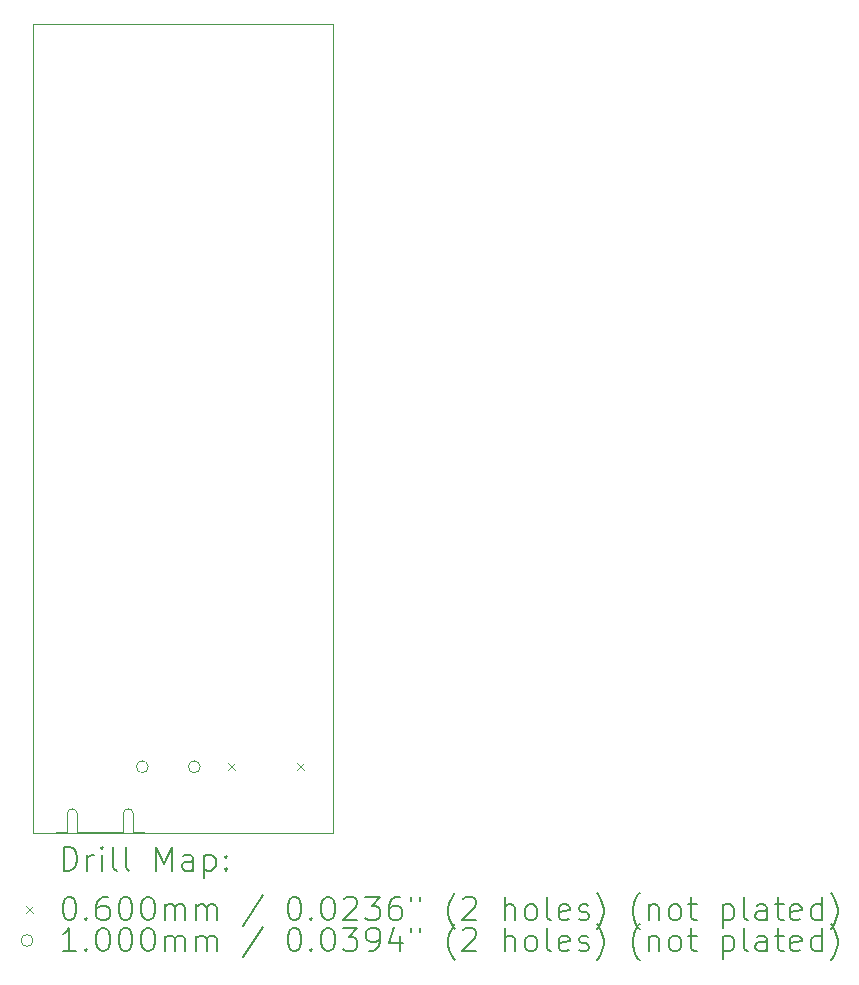
<source format=gbr>
%TF.GenerationSoftware,KiCad,Pcbnew,7.0.10*%
%TF.CreationDate,2024-03-05T00:47:09+05:30*%
%TF.ProjectId,ESP-DEVKIT-MINI,4553502d-4445-4564-9b49-542d4d494e49,rev?*%
%TF.SameCoordinates,Original*%
%TF.FileFunction,Drillmap*%
%TF.FilePolarity,Positive*%
%FSLAX45Y45*%
G04 Gerber Fmt 4.5, Leading zero omitted, Abs format (unit mm)*
G04 Created by KiCad (PCBNEW 7.0.10) date 2024-03-05 00:47:09*
%MOMM*%
%LPD*%
G01*
G04 APERTURE LIST*
%ADD10C,0.100000*%
%ADD11C,0.200000*%
G04 APERTURE END LIST*
D10*
X9144000Y-5588000D02*
X11684000Y-5588000D01*
X11684000Y-12443127D01*
X9144000Y-12443127D01*
X9144000Y-5588000D01*
X9334077Y-12436774D02*
X9429077Y-12436774D01*
X9429077Y-12279274D02*
X9429077Y-12436774D01*
X9514077Y-12279274D02*
X9514077Y-12436774D01*
X9514077Y-12436774D02*
X9904077Y-12436774D01*
X9904077Y-12279274D02*
X9904077Y-12436774D01*
X9989077Y-12279274D02*
X9989077Y-12436774D01*
X9989077Y-12436774D02*
X10084077Y-12436774D01*
X9514077Y-12279274D02*
G75*
G03*
X9429077Y-12279274I-42500J0D01*
G01*
X9989077Y-12279274D02*
G75*
G03*
X9904077Y-12279274I-42500J0D01*
G01*
D11*
D10*
X10794593Y-11851849D02*
X10854593Y-11911849D01*
X10854593Y-11851849D02*
X10794593Y-11911849D01*
X11372593Y-11851849D02*
X11432593Y-11911849D01*
X11432593Y-11851849D02*
X11372593Y-11911849D01*
X10115729Y-11880654D02*
G75*
G03*
X10015729Y-11880654I-50000J0D01*
G01*
X10015729Y-11880654D02*
G75*
G03*
X10115729Y-11880654I50000J0D01*
G01*
X10555729Y-11880654D02*
G75*
G03*
X10455729Y-11880654I-50000J0D01*
G01*
X10455729Y-11880654D02*
G75*
G03*
X10555729Y-11880654I50000J0D01*
G01*
D11*
X9399777Y-12759611D02*
X9399777Y-12559611D01*
X9399777Y-12559611D02*
X9447396Y-12559611D01*
X9447396Y-12559611D02*
X9475967Y-12569135D01*
X9475967Y-12569135D02*
X9495015Y-12588182D01*
X9495015Y-12588182D02*
X9504539Y-12607230D01*
X9504539Y-12607230D02*
X9514063Y-12645325D01*
X9514063Y-12645325D02*
X9514063Y-12673897D01*
X9514063Y-12673897D02*
X9504539Y-12711992D01*
X9504539Y-12711992D02*
X9495015Y-12731039D01*
X9495015Y-12731039D02*
X9475967Y-12750087D01*
X9475967Y-12750087D02*
X9447396Y-12759611D01*
X9447396Y-12759611D02*
X9399777Y-12759611D01*
X9599777Y-12759611D02*
X9599777Y-12626278D01*
X9599777Y-12664373D02*
X9609301Y-12645325D01*
X9609301Y-12645325D02*
X9618824Y-12635801D01*
X9618824Y-12635801D02*
X9637872Y-12626278D01*
X9637872Y-12626278D02*
X9656920Y-12626278D01*
X9723586Y-12759611D02*
X9723586Y-12626278D01*
X9723586Y-12559611D02*
X9714063Y-12569135D01*
X9714063Y-12569135D02*
X9723586Y-12578659D01*
X9723586Y-12578659D02*
X9733110Y-12569135D01*
X9733110Y-12569135D02*
X9723586Y-12559611D01*
X9723586Y-12559611D02*
X9723586Y-12578659D01*
X9847396Y-12759611D02*
X9828348Y-12750087D01*
X9828348Y-12750087D02*
X9818824Y-12731039D01*
X9818824Y-12731039D02*
X9818824Y-12559611D01*
X9952158Y-12759611D02*
X9933110Y-12750087D01*
X9933110Y-12750087D02*
X9923586Y-12731039D01*
X9923586Y-12731039D02*
X9923586Y-12559611D01*
X10180729Y-12759611D02*
X10180729Y-12559611D01*
X10180729Y-12559611D02*
X10247396Y-12702468D01*
X10247396Y-12702468D02*
X10314063Y-12559611D01*
X10314063Y-12559611D02*
X10314063Y-12759611D01*
X10495015Y-12759611D02*
X10495015Y-12654849D01*
X10495015Y-12654849D02*
X10485491Y-12635801D01*
X10485491Y-12635801D02*
X10466444Y-12626278D01*
X10466444Y-12626278D02*
X10428348Y-12626278D01*
X10428348Y-12626278D02*
X10409301Y-12635801D01*
X10495015Y-12750087D02*
X10475967Y-12759611D01*
X10475967Y-12759611D02*
X10428348Y-12759611D01*
X10428348Y-12759611D02*
X10409301Y-12750087D01*
X10409301Y-12750087D02*
X10399777Y-12731039D01*
X10399777Y-12731039D02*
X10399777Y-12711992D01*
X10399777Y-12711992D02*
X10409301Y-12692944D01*
X10409301Y-12692944D02*
X10428348Y-12683420D01*
X10428348Y-12683420D02*
X10475967Y-12683420D01*
X10475967Y-12683420D02*
X10495015Y-12673897D01*
X10590253Y-12626278D02*
X10590253Y-12826278D01*
X10590253Y-12635801D02*
X10609301Y-12626278D01*
X10609301Y-12626278D02*
X10647396Y-12626278D01*
X10647396Y-12626278D02*
X10666444Y-12635801D01*
X10666444Y-12635801D02*
X10675967Y-12645325D01*
X10675967Y-12645325D02*
X10685491Y-12664373D01*
X10685491Y-12664373D02*
X10685491Y-12721516D01*
X10685491Y-12721516D02*
X10675967Y-12740563D01*
X10675967Y-12740563D02*
X10666444Y-12750087D01*
X10666444Y-12750087D02*
X10647396Y-12759611D01*
X10647396Y-12759611D02*
X10609301Y-12759611D01*
X10609301Y-12759611D02*
X10590253Y-12750087D01*
X10771205Y-12740563D02*
X10780729Y-12750087D01*
X10780729Y-12750087D02*
X10771205Y-12759611D01*
X10771205Y-12759611D02*
X10761682Y-12750087D01*
X10761682Y-12750087D02*
X10771205Y-12740563D01*
X10771205Y-12740563D02*
X10771205Y-12759611D01*
X10771205Y-12635801D02*
X10780729Y-12645325D01*
X10780729Y-12645325D02*
X10771205Y-12654849D01*
X10771205Y-12654849D02*
X10761682Y-12645325D01*
X10761682Y-12645325D02*
X10771205Y-12635801D01*
X10771205Y-12635801D02*
X10771205Y-12654849D01*
D10*
X9079000Y-13058127D02*
X9139000Y-13118127D01*
X9139000Y-13058127D02*
X9079000Y-13118127D01*
D11*
X9437872Y-12979611D02*
X9456920Y-12979611D01*
X9456920Y-12979611D02*
X9475967Y-12989135D01*
X9475967Y-12989135D02*
X9485491Y-12998659D01*
X9485491Y-12998659D02*
X9495015Y-13017706D01*
X9495015Y-13017706D02*
X9504539Y-13055801D01*
X9504539Y-13055801D02*
X9504539Y-13103420D01*
X9504539Y-13103420D02*
X9495015Y-13141516D01*
X9495015Y-13141516D02*
X9485491Y-13160563D01*
X9485491Y-13160563D02*
X9475967Y-13170087D01*
X9475967Y-13170087D02*
X9456920Y-13179611D01*
X9456920Y-13179611D02*
X9437872Y-13179611D01*
X9437872Y-13179611D02*
X9418824Y-13170087D01*
X9418824Y-13170087D02*
X9409301Y-13160563D01*
X9409301Y-13160563D02*
X9399777Y-13141516D01*
X9399777Y-13141516D02*
X9390253Y-13103420D01*
X9390253Y-13103420D02*
X9390253Y-13055801D01*
X9390253Y-13055801D02*
X9399777Y-13017706D01*
X9399777Y-13017706D02*
X9409301Y-12998659D01*
X9409301Y-12998659D02*
X9418824Y-12989135D01*
X9418824Y-12989135D02*
X9437872Y-12979611D01*
X9590253Y-13160563D02*
X9599777Y-13170087D01*
X9599777Y-13170087D02*
X9590253Y-13179611D01*
X9590253Y-13179611D02*
X9580729Y-13170087D01*
X9580729Y-13170087D02*
X9590253Y-13160563D01*
X9590253Y-13160563D02*
X9590253Y-13179611D01*
X9771205Y-12979611D02*
X9733110Y-12979611D01*
X9733110Y-12979611D02*
X9714063Y-12989135D01*
X9714063Y-12989135D02*
X9704539Y-12998659D01*
X9704539Y-12998659D02*
X9685491Y-13027230D01*
X9685491Y-13027230D02*
X9675967Y-13065325D01*
X9675967Y-13065325D02*
X9675967Y-13141516D01*
X9675967Y-13141516D02*
X9685491Y-13160563D01*
X9685491Y-13160563D02*
X9695015Y-13170087D01*
X9695015Y-13170087D02*
X9714063Y-13179611D01*
X9714063Y-13179611D02*
X9752158Y-13179611D01*
X9752158Y-13179611D02*
X9771205Y-13170087D01*
X9771205Y-13170087D02*
X9780729Y-13160563D01*
X9780729Y-13160563D02*
X9790253Y-13141516D01*
X9790253Y-13141516D02*
X9790253Y-13093897D01*
X9790253Y-13093897D02*
X9780729Y-13074849D01*
X9780729Y-13074849D02*
X9771205Y-13065325D01*
X9771205Y-13065325D02*
X9752158Y-13055801D01*
X9752158Y-13055801D02*
X9714063Y-13055801D01*
X9714063Y-13055801D02*
X9695015Y-13065325D01*
X9695015Y-13065325D02*
X9685491Y-13074849D01*
X9685491Y-13074849D02*
X9675967Y-13093897D01*
X9914063Y-12979611D02*
X9933110Y-12979611D01*
X9933110Y-12979611D02*
X9952158Y-12989135D01*
X9952158Y-12989135D02*
X9961682Y-12998659D01*
X9961682Y-12998659D02*
X9971205Y-13017706D01*
X9971205Y-13017706D02*
X9980729Y-13055801D01*
X9980729Y-13055801D02*
X9980729Y-13103420D01*
X9980729Y-13103420D02*
X9971205Y-13141516D01*
X9971205Y-13141516D02*
X9961682Y-13160563D01*
X9961682Y-13160563D02*
X9952158Y-13170087D01*
X9952158Y-13170087D02*
X9933110Y-13179611D01*
X9933110Y-13179611D02*
X9914063Y-13179611D01*
X9914063Y-13179611D02*
X9895015Y-13170087D01*
X9895015Y-13170087D02*
X9885491Y-13160563D01*
X9885491Y-13160563D02*
X9875967Y-13141516D01*
X9875967Y-13141516D02*
X9866444Y-13103420D01*
X9866444Y-13103420D02*
X9866444Y-13055801D01*
X9866444Y-13055801D02*
X9875967Y-13017706D01*
X9875967Y-13017706D02*
X9885491Y-12998659D01*
X9885491Y-12998659D02*
X9895015Y-12989135D01*
X9895015Y-12989135D02*
X9914063Y-12979611D01*
X10104539Y-12979611D02*
X10123586Y-12979611D01*
X10123586Y-12979611D02*
X10142634Y-12989135D01*
X10142634Y-12989135D02*
X10152158Y-12998659D01*
X10152158Y-12998659D02*
X10161682Y-13017706D01*
X10161682Y-13017706D02*
X10171205Y-13055801D01*
X10171205Y-13055801D02*
X10171205Y-13103420D01*
X10171205Y-13103420D02*
X10161682Y-13141516D01*
X10161682Y-13141516D02*
X10152158Y-13160563D01*
X10152158Y-13160563D02*
X10142634Y-13170087D01*
X10142634Y-13170087D02*
X10123586Y-13179611D01*
X10123586Y-13179611D02*
X10104539Y-13179611D01*
X10104539Y-13179611D02*
X10085491Y-13170087D01*
X10085491Y-13170087D02*
X10075967Y-13160563D01*
X10075967Y-13160563D02*
X10066444Y-13141516D01*
X10066444Y-13141516D02*
X10056920Y-13103420D01*
X10056920Y-13103420D02*
X10056920Y-13055801D01*
X10056920Y-13055801D02*
X10066444Y-13017706D01*
X10066444Y-13017706D02*
X10075967Y-12998659D01*
X10075967Y-12998659D02*
X10085491Y-12989135D01*
X10085491Y-12989135D02*
X10104539Y-12979611D01*
X10256920Y-13179611D02*
X10256920Y-13046278D01*
X10256920Y-13065325D02*
X10266444Y-13055801D01*
X10266444Y-13055801D02*
X10285491Y-13046278D01*
X10285491Y-13046278D02*
X10314063Y-13046278D01*
X10314063Y-13046278D02*
X10333110Y-13055801D01*
X10333110Y-13055801D02*
X10342634Y-13074849D01*
X10342634Y-13074849D02*
X10342634Y-13179611D01*
X10342634Y-13074849D02*
X10352158Y-13055801D01*
X10352158Y-13055801D02*
X10371205Y-13046278D01*
X10371205Y-13046278D02*
X10399777Y-13046278D01*
X10399777Y-13046278D02*
X10418825Y-13055801D01*
X10418825Y-13055801D02*
X10428348Y-13074849D01*
X10428348Y-13074849D02*
X10428348Y-13179611D01*
X10523586Y-13179611D02*
X10523586Y-13046278D01*
X10523586Y-13065325D02*
X10533110Y-13055801D01*
X10533110Y-13055801D02*
X10552158Y-13046278D01*
X10552158Y-13046278D02*
X10580729Y-13046278D01*
X10580729Y-13046278D02*
X10599777Y-13055801D01*
X10599777Y-13055801D02*
X10609301Y-13074849D01*
X10609301Y-13074849D02*
X10609301Y-13179611D01*
X10609301Y-13074849D02*
X10618825Y-13055801D01*
X10618825Y-13055801D02*
X10637872Y-13046278D01*
X10637872Y-13046278D02*
X10666444Y-13046278D01*
X10666444Y-13046278D02*
X10685491Y-13055801D01*
X10685491Y-13055801D02*
X10695015Y-13074849D01*
X10695015Y-13074849D02*
X10695015Y-13179611D01*
X11085491Y-12970087D02*
X10914063Y-13227230D01*
X11342634Y-12979611D02*
X11361682Y-12979611D01*
X11361682Y-12979611D02*
X11380729Y-12989135D01*
X11380729Y-12989135D02*
X11390253Y-12998659D01*
X11390253Y-12998659D02*
X11399777Y-13017706D01*
X11399777Y-13017706D02*
X11409301Y-13055801D01*
X11409301Y-13055801D02*
X11409301Y-13103420D01*
X11409301Y-13103420D02*
X11399777Y-13141516D01*
X11399777Y-13141516D02*
X11390253Y-13160563D01*
X11390253Y-13160563D02*
X11380729Y-13170087D01*
X11380729Y-13170087D02*
X11361682Y-13179611D01*
X11361682Y-13179611D02*
X11342634Y-13179611D01*
X11342634Y-13179611D02*
X11323586Y-13170087D01*
X11323586Y-13170087D02*
X11314063Y-13160563D01*
X11314063Y-13160563D02*
X11304539Y-13141516D01*
X11304539Y-13141516D02*
X11295015Y-13103420D01*
X11295015Y-13103420D02*
X11295015Y-13055801D01*
X11295015Y-13055801D02*
X11304539Y-13017706D01*
X11304539Y-13017706D02*
X11314063Y-12998659D01*
X11314063Y-12998659D02*
X11323586Y-12989135D01*
X11323586Y-12989135D02*
X11342634Y-12979611D01*
X11495015Y-13160563D02*
X11504539Y-13170087D01*
X11504539Y-13170087D02*
X11495015Y-13179611D01*
X11495015Y-13179611D02*
X11485491Y-13170087D01*
X11485491Y-13170087D02*
X11495015Y-13160563D01*
X11495015Y-13160563D02*
X11495015Y-13179611D01*
X11628348Y-12979611D02*
X11647396Y-12979611D01*
X11647396Y-12979611D02*
X11666444Y-12989135D01*
X11666444Y-12989135D02*
X11675967Y-12998659D01*
X11675967Y-12998659D02*
X11685491Y-13017706D01*
X11685491Y-13017706D02*
X11695015Y-13055801D01*
X11695015Y-13055801D02*
X11695015Y-13103420D01*
X11695015Y-13103420D02*
X11685491Y-13141516D01*
X11685491Y-13141516D02*
X11675967Y-13160563D01*
X11675967Y-13160563D02*
X11666444Y-13170087D01*
X11666444Y-13170087D02*
X11647396Y-13179611D01*
X11647396Y-13179611D02*
X11628348Y-13179611D01*
X11628348Y-13179611D02*
X11609301Y-13170087D01*
X11609301Y-13170087D02*
X11599777Y-13160563D01*
X11599777Y-13160563D02*
X11590253Y-13141516D01*
X11590253Y-13141516D02*
X11580729Y-13103420D01*
X11580729Y-13103420D02*
X11580729Y-13055801D01*
X11580729Y-13055801D02*
X11590253Y-13017706D01*
X11590253Y-13017706D02*
X11599777Y-12998659D01*
X11599777Y-12998659D02*
X11609301Y-12989135D01*
X11609301Y-12989135D02*
X11628348Y-12979611D01*
X11771206Y-12998659D02*
X11780729Y-12989135D01*
X11780729Y-12989135D02*
X11799777Y-12979611D01*
X11799777Y-12979611D02*
X11847396Y-12979611D01*
X11847396Y-12979611D02*
X11866444Y-12989135D01*
X11866444Y-12989135D02*
X11875967Y-12998659D01*
X11875967Y-12998659D02*
X11885491Y-13017706D01*
X11885491Y-13017706D02*
X11885491Y-13036754D01*
X11885491Y-13036754D02*
X11875967Y-13065325D01*
X11875967Y-13065325D02*
X11761682Y-13179611D01*
X11761682Y-13179611D02*
X11885491Y-13179611D01*
X11952158Y-12979611D02*
X12075967Y-12979611D01*
X12075967Y-12979611D02*
X12009301Y-13055801D01*
X12009301Y-13055801D02*
X12037872Y-13055801D01*
X12037872Y-13055801D02*
X12056920Y-13065325D01*
X12056920Y-13065325D02*
X12066444Y-13074849D01*
X12066444Y-13074849D02*
X12075967Y-13093897D01*
X12075967Y-13093897D02*
X12075967Y-13141516D01*
X12075967Y-13141516D02*
X12066444Y-13160563D01*
X12066444Y-13160563D02*
X12056920Y-13170087D01*
X12056920Y-13170087D02*
X12037872Y-13179611D01*
X12037872Y-13179611D02*
X11980729Y-13179611D01*
X11980729Y-13179611D02*
X11961682Y-13170087D01*
X11961682Y-13170087D02*
X11952158Y-13160563D01*
X12247396Y-12979611D02*
X12209301Y-12979611D01*
X12209301Y-12979611D02*
X12190253Y-12989135D01*
X12190253Y-12989135D02*
X12180729Y-12998659D01*
X12180729Y-12998659D02*
X12161682Y-13027230D01*
X12161682Y-13027230D02*
X12152158Y-13065325D01*
X12152158Y-13065325D02*
X12152158Y-13141516D01*
X12152158Y-13141516D02*
X12161682Y-13160563D01*
X12161682Y-13160563D02*
X12171206Y-13170087D01*
X12171206Y-13170087D02*
X12190253Y-13179611D01*
X12190253Y-13179611D02*
X12228348Y-13179611D01*
X12228348Y-13179611D02*
X12247396Y-13170087D01*
X12247396Y-13170087D02*
X12256920Y-13160563D01*
X12256920Y-13160563D02*
X12266444Y-13141516D01*
X12266444Y-13141516D02*
X12266444Y-13093897D01*
X12266444Y-13093897D02*
X12256920Y-13074849D01*
X12256920Y-13074849D02*
X12247396Y-13065325D01*
X12247396Y-13065325D02*
X12228348Y-13055801D01*
X12228348Y-13055801D02*
X12190253Y-13055801D01*
X12190253Y-13055801D02*
X12171206Y-13065325D01*
X12171206Y-13065325D02*
X12161682Y-13074849D01*
X12161682Y-13074849D02*
X12152158Y-13093897D01*
X12342634Y-12979611D02*
X12342634Y-13017706D01*
X12418825Y-12979611D02*
X12418825Y-13017706D01*
X12714063Y-13255801D02*
X12704539Y-13246278D01*
X12704539Y-13246278D02*
X12685491Y-13217706D01*
X12685491Y-13217706D02*
X12675968Y-13198659D01*
X12675968Y-13198659D02*
X12666444Y-13170087D01*
X12666444Y-13170087D02*
X12656920Y-13122468D01*
X12656920Y-13122468D02*
X12656920Y-13084373D01*
X12656920Y-13084373D02*
X12666444Y-13036754D01*
X12666444Y-13036754D02*
X12675968Y-13008182D01*
X12675968Y-13008182D02*
X12685491Y-12989135D01*
X12685491Y-12989135D02*
X12704539Y-12960563D01*
X12704539Y-12960563D02*
X12714063Y-12951039D01*
X12780729Y-12998659D02*
X12790253Y-12989135D01*
X12790253Y-12989135D02*
X12809301Y-12979611D01*
X12809301Y-12979611D02*
X12856920Y-12979611D01*
X12856920Y-12979611D02*
X12875968Y-12989135D01*
X12875968Y-12989135D02*
X12885491Y-12998659D01*
X12885491Y-12998659D02*
X12895015Y-13017706D01*
X12895015Y-13017706D02*
X12895015Y-13036754D01*
X12895015Y-13036754D02*
X12885491Y-13065325D01*
X12885491Y-13065325D02*
X12771206Y-13179611D01*
X12771206Y-13179611D02*
X12895015Y-13179611D01*
X13133110Y-13179611D02*
X13133110Y-12979611D01*
X13218825Y-13179611D02*
X13218825Y-13074849D01*
X13218825Y-13074849D02*
X13209301Y-13055801D01*
X13209301Y-13055801D02*
X13190253Y-13046278D01*
X13190253Y-13046278D02*
X13161682Y-13046278D01*
X13161682Y-13046278D02*
X13142634Y-13055801D01*
X13142634Y-13055801D02*
X13133110Y-13065325D01*
X13342634Y-13179611D02*
X13323587Y-13170087D01*
X13323587Y-13170087D02*
X13314063Y-13160563D01*
X13314063Y-13160563D02*
X13304539Y-13141516D01*
X13304539Y-13141516D02*
X13304539Y-13084373D01*
X13304539Y-13084373D02*
X13314063Y-13065325D01*
X13314063Y-13065325D02*
X13323587Y-13055801D01*
X13323587Y-13055801D02*
X13342634Y-13046278D01*
X13342634Y-13046278D02*
X13371206Y-13046278D01*
X13371206Y-13046278D02*
X13390253Y-13055801D01*
X13390253Y-13055801D02*
X13399777Y-13065325D01*
X13399777Y-13065325D02*
X13409301Y-13084373D01*
X13409301Y-13084373D02*
X13409301Y-13141516D01*
X13409301Y-13141516D02*
X13399777Y-13160563D01*
X13399777Y-13160563D02*
X13390253Y-13170087D01*
X13390253Y-13170087D02*
X13371206Y-13179611D01*
X13371206Y-13179611D02*
X13342634Y-13179611D01*
X13523587Y-13179611D02*
X13504539Y-13170087D01*
X13504539Y-13170087D02*
X13495015Y-13151039D01*
X13495015Y-13151039D02*
X13495015Y-12979611D01*
X13675968Y-13170087D02*
X13656920Y-13179611D01*
X13656920Y-13179611D02*
X13618825Y-13179611D01*
X13618825Y-13179611D02*
X13599777Y-13170087D01*
X13599777Y-13170087D02*
X13590253Y-13151039D01*
X13590253Y-13151039D02*
X13590253Y-13074849D01*
X13590253Y-13074849D02*
X13599777Y-13055801D01*
X13599777Y-13055801D02*
X13618825Y-13046278D01*
X13618825Y-13046278D02*
X13656920Y-13046278D01*
X13656920Y-13046278D02*
X13675968Y-13055801D01*
X13675968Y-13055801D02*
X13685491Y-13074849D01*
X13685491Y-13074849D02*
X13685491Y-13093897D01*
X13685491Y-13093897D02*
X13590253Y-13112944D01*
X13761682Y-13170087D02*
X13780730Y-13179611D01*
X13780730Y-13179611D02*
X13818825Y-13179611D01*
X13818825Y-13179611D02*
X13837872Y-13170087D01*
X13837872Y-13170087D02*
X13847396Y-13151039D01*
X13847396Y-13151039D02*
X13847396Y-13141516D01*
X13847396Y-13141516D02*
X13837872Y-13122468D01*
X13837872Y-13122468D02*
X13818825Y-13112944D01*
X13818825Y-13112944D02*
X13790253Y-13112944D01*
X13790253Y-13112944D02*
X13771206Y-13103420D01*
X13771206Y-13103420D02*
X13761682Y-13084373D01*
X13761682Y-13084373D02*
X13761682Y-13074849D01*
X13761682Y-13074849D02*
X13771206Y-13055801D01*
X13771206Y-13055801D02*
X13790253Y-13046278D01*
X13790253Y-13046278D02*
X13818825Y-13046278D01*
X13818825Y-13046278D02*
X13837872Y-13055801D01*
X13914063Y-13255801D02*
X13923587Y-13246278D01*
X13923587Y-13246278D02*
X13942634Y-13217706D01*
X13942634Y-13217706D02*
X13952158Y-13198659D01*
X13952158Y-13198659D02*
X13961682Y-13170087D01*
X13961682Y-13170087D02*
X13971206Y-13122468D01*
X13971206Y-13122468D02*
X13971206Y-13084373D01*
X13971206Y-13084373D02*
X13961682Y-13036754D01*
X13961682Y-13036754D02*
X13952158Y-13008182D01*
X13952158Y-13008182D02*
X13942634Y-12989135D01*
X13942634Y-12989135D02*
X13923587Y-12960563D01*
X13923587Y-12960563D02*
X13914063Y-12951039D01*
X14275968Y-13255801D02*
X14266444Y-13246278D01*
X14266444Y-13246278D02*
X14247396Y-13217706D01*
X14247396Y-13217706D02*
X14237872Y-13198659D01*
X14237872Y-13198659D02*
X14228349Y-13170087D01*
X14228349Y-13170087D02*
X14218825Y-13122468D01*
X14218825Y-13122468D02*
X14218825Y-13084373D01*
X14218825Y-13084373D02*
X14228349Y-13036754D01*
X14228349Y-13036754D02*
X14237872Y-13008182D01*
X14237872Y-13008182D02*
X14247396Y-12989135D01*
X14247396Y-12989135D02*
X14266444Y-12960563D01*
X14266444Y-12960563D02*
X14275968Y-12951039D01*
X14352158Y-13046278D02*
X14352158Y-13179611D01*
X14352158Y-13065325D02*
X14361682Y-13055801D01*
X14361682Y-13055801D02*
X14380730Y-13046278D01*
X14380730Y-13046278D02*
X14409301Y-13046278D01*
X14409301Y-13046278D02*
X14428349Y-13055801D01*
X14428349Y-13055801D02*
X14437872Y-13074849D01*
X14437872Y-13074849D02*
X14437872Y-13179611D01*
X14561682Y-13179611D02*
X14542634Y-13170087D01*
X14542634Y-13170087D02*
X14533111Y-13160563D01*
X14533111Y-13160563D02*
X14523587Y-13141516D01*
X14523587Y-13141516D02*
X14523587Y-13084373D01*
X14523587Y-13084373D02*
X14533111Y-13065325D01*
X14533111Y-13065325D02*
X14542634Y-13055801D01*
X14542634Y-13055801D02*
X14561682Y-13046278D01*
X14561682Y-13046278D02*
X14590253Y-13046278D01*
X14590253Y-13046278D02*
X14609301Y-13055801D01*
X14609301Y-13055801D02*
X14618825Y-13065325D01*
X14618825Y-13065325D02*
X14628349Y-13084373D01*
X14628349Y-13084373D02*
X14628349Y-13141516D01*
X14628349Y-13141516D02*
X14618825Y-13160563D01*
X14618825Y-13160563D02*
X14609301Y-13170087D01*
X14609301Y-13170087D02*
X14590253Y-13179611D01*
X14590253Y-13179611D02*
X14561682Y-13179611D01*
X14685492Y-13046278D02*
X14761682Y-13046278D01*
X14714063Y-12979611D02*
X14714063Y-13151039D01*
X14714063Y-13151039D02*
X14723587Y-13170087D01*
X14723587Y-13170087D02*
X14742634Y-13179611D01*
X14742634Y-13179611D02*
X14761682Y-13179611D01*
X14980730Y-13046278D02*
X14980730Y-13246278D01*
X14980730Y-13055801D02*
X14999777Y-13046278D01*
X14999777Y-13046278D02*
X15037873Y-13046278D01*
X15037873Y-13046278D02*
X15056920Y-13055801D01*
X15056920Y-13055801D02*
X15066444Y-13065325D01*
X15066444Y-13065325D02*
X15075968Y-13084373D01*
X15075968Y-13084373D02*
X15075968Y-13141516D01*
X15075968Y-13141516D02*
X15066444Y-13160563D01*
X15066444Y-13160563D02*
X15056920Y-13170087D01*
X15056920Y-13170087D02*
X15037873Y-13179611D01*
X15037873Y-13179611D02*
X14999777Y-13179611D01*
X14999777Y-13179611D02*
X14980730Y-13170087D01*
X15190253Y-13179611D02*
X15171206Y-13170087D01*
X15171206Y-13170087D02*
X15161682Y-13151039D01*
X15161682Y-13151039D02*
X15161682Y-12979611D01*
X15352158Y-13179611D02*
X15352158Y-13074849D01*
X15352158Y-13074849D02*
X15342634Y-13055801D01*
X15342634Y-13055801D02*
X15323587Y-13046278D01*
X15323587Y-13046278D02*
X15285492Y-13046278D01*
X15285492Y-13046278D02*
X15266444Y-13055801D01*
X15352158Y-13170087D02*
X15333111Y-13179611D01*
X15333111Y-13179611D02*
X15285492Y-13179611D01*
X15285492Y-13179611D02*
X15266444Y-13170087D01*
X15266444Y-13170087D02*
X15256920Y-13151039D01*
X15256920Y-13151039D02*
X15256920Y-13131992D01*
X15256920Y-13131992D02*
X15266444Y-13112944D01*
X15266444Y-13112944D02*
X15285492Y-13103420D01*
X15285492Y-13103420D02*
X15333111Y-13103420D01*
X15333111Y-13103420D02*
X15352158Y-13093897D01*
X15418825Y-13046278D02*
X15495015Y-13046278D01*
X15447396Y-12979611D02*
X15447396Y-13151039D01*
X15447396Y-13151039D02*
X15456920Y-13170087D01*
X15456920Y-13170087D02*
X15475968Y-13179611D01*
X15475968Y-13179611D02*
X15495015Y-13179611D01*
X15637873Y-13170087D02*
X15618825Y-13179611D01*
X15618825Y-13179611D02*
X15580730Y-13179611D01*
X15580730Y-13179611D02*
X15561682Y-13170087D01*
X15561682Y-13170087D02*
X15552158Y-13151039D01*
X15552158Y-13151039D02*
X15552158Y-13074849D01*
X15552158Y-13074849D02*
X15561682Y-13055801D01*
X15561682Y-13055801D02*
X15580730Y-13046278D01*
X15580730Y-13046278D02*
X15618825Y-13046278D01*
X15618825Y-13046278D02*
X15637873Y-13055801D01*
X15637873Y-13055801D02*
X15647396Y-13074849D01*
X15647396Y-13074849D02*
X15647396Y-13093897D01*
X15647396Y-13093897D02*
X15552158Y-13112944D01*
X15818825Y-13179611D02*
X15818825Y-12979611D01*
X15818825Y-13170087D02*
X15799777Y-13179611D01*
X15799777Y-13179611D02*
X15761682Y-13179611D01*
X15761682Y-13179611D02*
X15742634Y-13170087D01*
X15742634Y-13170087D02*
X15733111Y-13160563D01*
X15733111Y-13160563D02*
X15723587Y-13141516D01*
X15723587Y-13141516D02*
X15723587Y-13084373D01*
X15723587Y-13084373D02*
X15733111Y-13065325D01*
X15733111Y-13065325D02*
X15742634Y-13055801D01*
X15742634Y-13055801D02*
X15761682Y-13046278D01*
X15761682Y-13046278D02*
X15799777Y-13046278D01*
X15799777Y-13046278D02*
X15818825Y-13055801D01*
X15895015Y-13255801D02*
X15904539Y-13246278D01*
X15904539Y-13246278D02*
X15923587Y-13217706D01*
X15923587Y-13217706D02*
X15933111Y-13198659D01*
X15933111Y-13198659D02*
X15942634Y-13170087D01*
X15942634Y-13170087D02*
X15952158Y-13122468D01*
X15952158Y-13122468D02*
X15952158Y-13084373D01*
X15952158Y-13084373D02*
X15942634Y-13036754D01*
X15942634Y-13036754D02*
X15933111Y-13008182D01*
X15933111Y-13008182D02*
X15923587Y-12989135D01*
X15923587Y-12989135D02*
X15904539Y-12960563D01*
X15904539Y-12960563D02*
X15895015Y-12951039D01*
D10*
X9139000Y-13352127D02*
G75*
G03*
X9039000Y-13352127I-50000J0D01*
G01*
X9039000Y-13352127D02*
G75*
G03*
X9139000Y-13352127I50000J0D01*
G01*
D11*
X9504539Y-13443611D02*
X9390253Y-13443611D01*
X9447396Y-13443611D02*
X9447396Y-13243611D01*
X9447396Y-13243611D02*
X9428348Y-13272182D01*
X9428348Y-13272182D02*
X9409301Y-13291230D01*
X9409301Y-13291230D02*
X9390253Y-13300754D01*
X9590253Y-13424563D02*
X9599777Y-13434087D01*
X9599777Y-13434087D02*
X9590253Y-13443611D01*
X9590253Y-13443611D02*
X9580729Y-13434087D01*
X9580729Y-13434087D02*
X9590253Y-13424563D01*
X9590253Y-13424563D02*
X9590253Y-13443611D01*
X9723586Y-13243611D02*
X9742634Y-13243611D01*
X9742634Y-13243611D02*
X9761682Y-13253135D01*
X9761682Y-13253135D02*
X9771205Y-13262659D01*
X9771205Y-13262659D02*
X9780729Y-13281706D01*
X9780729Y-13281706D02*
X9790253Y-13319801D01*
X9790253Y-13319801D02*
X9790253Y-13367420D01*
X9790253Y-13367420D02*
X9780729Y-13405516D01*
X9780729Y-13405516D02*
X9771205Y-13424563D01*
X9771205Y-13424563D02*
X9761682Y-13434087D01*
X9761682Y-13434087D02*
X9742634Y-13443611D01*
X9742634Y-13443611D02*
X9723586Y-13443611D01*
X9723586Y-13443611D02*
X9704539Y-13434087D01*
X9704539Y-13434087D02*
X9695015Y-13424563D01*
X9695015Y-13424563D02*
X9685491Y-13405516D01*
X9685491Y-13405516D02*
X9675967Y-13367420D01*
X9675967Y-13367420D02*
X9675967Y-13319801D01*
X9675967Y-13319801D02*
X9685491Y-13281706D01*
X9685491Y-13281706D02*
X9695015Y-13262659D01*
X9695015Y-13262659D02*
X9704539Y-13253135D01*
X9704539Y-13253135D02*
X9723586Y-13243611D01*
X9914063Y-13243611D02*
X9933110Y-13243611D01*
X9933110Y-13243611D02*
X9952158Y-13253135D01*
X9952158Y-13253135D02*
X9961682Y-13262659D01*
X9961682Y-13262659D02*
X9971205Y-13281706D01*
X9971205Y-13281706D02*
X9980729Y-13319801D01*
X9980729Y-13319801D02*
X9980729Y-13367420D01*
X9980729Y-13367420D02*
X9971205Y-13405516D01*
X9971205Y-13405516D02*
X9961682Y-13424563D01*
X9961682Y-13424563D02*
X9952158Y-13434087D01*
X9952158Y-13434087D02*
X9933110Y-13443611D01*
X9933110Y-13443611D02*
X9914063Y-13443611D01*
X9914063Y-13443611D02*
X9895015Y-13434087D01*
X9895015Y-13434087D02*
X9885491Y-13424563D01*
X9885491Y-13424563D02*
X9875967Y-13405516D01*
X9875967Y-13405516D02*
X9866444Y-13367420D01*
X9866444Y-13367420D02*
X9866444Y-13319801D01*
X9866444Y-13319801D02*
X9875967Y-13281706D01*
X9875967Y-13281706D02*
X9885491Y-13262659D01*
X9885491Y-13262659D02*
X9895015Y-13253135D01*
X9895015Y-13253135D02*
X9914063Y-13243611D01*
X10104539Y-13243611D02*
X10123586Y-13243611D01*
X10123586Y-13243611D02*
X10142634Y-13253135D01*
X10142634Y-13253135D02*
X10152158Y-13262659D01*
X10152158Y-13262659D02*
X10161682Y-13281706D01*
X10161682Y-13281706D02*
X10171205Y-13319801D01*
X10171205Y-13319801D02*
X10171205Y-13367420D01*
X10171205Y-13367420D02*
X10161682Y-13405516D01*
X10161682Y-13405516D02*
X10152158Y-13424563D01*
X10152158Y-13424563D02*
X10142634Y-13434087D01*
X10142634Y-13434087D02*
X10123586Y-13443611D01*
X10123586Y-13443611D02*
X10104539Y-13443611D01*
X10104539Y-13443611D02*
X10085491Y-13434087D01*
X10085491Y-13434087D02*
X10075967Y-13424563D01*
X10075967Y-13424563D02*
X10066444Y-13405516D01*
X10066444Y-13405516D02*
X10056920Y-13367420D01*
X10056920Y-13367420D02*
X10056920Y-13319801D01*
X10056920Y-13319801D02*
X10066444Y-13281706D01*
X10066444Y-13281706D02*
X10075967Y-13262659D01*
X10075967Y-13262659D02*
X10085491Y-13253135D01*
X10085491Y-13253135D02*
X10104539Y-13243611D01*
X10256920Y-13443611D02*
X10256920Y-13310278D01*
X10256920Y-13329325D02*
X10266444Y-13319801D01*
X10266444Y-13319801D02*
X10285491Y-13310278D01*
X10285491Y-13310278D02*
X10314063Y-13310278D01*
X10314063Y-13310278D02*
X10333110Y-13319801D01*
X10333110Y-13319801D02*
X10342634Y-13338849D01*
X10342634Y-13338849D02*
X10342634Y-13443611D01*
X10342634Y-13338849D02*
X10352158Y-13319801D01*
X10352158Y-13319801D02*
X10371205Y-13310278D01*
X10371205Y-13310278D02*
X10399777Y-13310278D01*
X10399777Y-13310278D02*
X10418825Y-13319801D01*
X10418825Y-13319801D02*
X10428348Y-13338849D01*
X10428348Y-13338849D02*
X10428348Y-13443611D01*
X10523586Y-13443611D02*
X10523586Y-13310278D01*
X10523586Y-13329325D02*
X10533110Y-13319801D01*
X10533110Y-13319801D02*
X10552158Y-13310278D01*
X10552158Y-13310278D02*
X10580729Y-13310278D01*
X10580729Y-13310278D02*
X10599777Y-13319801D01*
X10599777Y-13319801D02*
X10609301Y-13338849D01*
X10609301Y-13338849D02*
X10609301Y-13443611D01*
X10609301Y-13338849D02*
X10618825Y-13319801D01*
X10618825Y-13319801D02*
X10637872Y-13310278D01*
X10637872Y-13310278D02*
X10666444Y-13310278D01*
X10666444Y-13310278D02*
X10685491Y-13319801D01*
X10685491Y-13319801D02*
X10695015Y-13338849D01*
X10695015Y-13338849D02*
X10695015Y-13443611D01*
X11085491Y-13234087D02*
X10914063Y-13491230D01*
X11342634Y-13243611D02*
X11361682Y-13243611D01*
X11361682Y-13243611D02*
X11380729Y-13253135D01*
X11380729Y-13253135D02*
X11390253Y-13262659D01*
X11390253Y-13262659D02*
X11399777Y-13281706D01*
X11399777Y-13281706D02*
X11409301Y-13319801D01*
X11409301Y-13319801D02*
X11409301Y-13367420D01*
X11409301Y-13367420D02*
X11399777Y-13405516D01*
X11399777Y-13405516D02*
X11390253Y-13424563D01*
X11390253Y-13424563D02*
X11380729Y-13434087D01*
X11380729Y-13434087D02*
X11361682Y-13443611D01*
X11361682Y-13443611D02*
X11342634Y-13443611D01*
X11342634Y-13443611D02*
X11323586Y-13434087D01*
X11323586Y-13434087D02*
X11314063Y-13424563D01*
X11314063Y-13424563D02*
X11304539Y-13405516D01*
X11304539Y-13405516D02*
X11295015Y-13367420D01*
X11295015Y-13367420D02*
X11295015Y-13319801D01*
X11295015Y-13319801D02*
X11304539Y-13281706D01*
X11304539Y-13281706D02*
X11314063Y-13262659D01*
X11314063Y-13262659D02*
X11323586Y-13253135D01*
X11323586Y-13253135D02*
X11342634Y-13243611D01*
X11495015Y-13424563D02*
X11504539Y-13434087D01*
X11504539Y-13434087D02*
X11495015Y-13443611D01*
X11495015Y-13443611D02*
X11485491Y-13434087D01*
X11485491Y-13434087D02*
X11495015Y-13424563D01*
X11495015Y-13424563D02*
X11495015Y-13443611D01*
X11628348Y-13243611D02*
X11647396Y-13243611D01*
X11647396Y-13243611D02*
X11666444Y-13253135D01*
X11666444Y-13253135D02*
X11675967Y-13262659D01*
X11675967Y-13262659D02*
X11685491Y-13281706D01*
X11685491Y-13281706D02*
X11695015Y-13319801D01*
X11695015Y-13319801D02*
X11695015Y-13367420D01*
X11695015Y-13367420D02*
X11685491Y-13405516D01*
X11685491Y-13405516D02*
X11675967Y-13424563D01*
X11675967Y-13424563D02*
X11666444Y-13434087D01*
X11666444Y-13434087D02*
X11647396Y-13443611D01*
X11647396Y-13443611D02*
X11628348Y-13443611D01*
X11628348Y-13443611D02*
X11609301Y-13434087D01*
X11609301Y-13434087D02*
X11599777Y-13424563D01*
X11599777Y-13424563D02*
X11590253Y-13405516D01*
X11590253Y-13405516D02*
X11580729Y-13367420D01*
X11580729Y-13367420D02*
X11580729Y-13319801D01*
X11580729Y-13319801D02*
X11590253Y-13281706D01*
X11590253Y-13281706D02*
X11599777Y-13262659D01*
X11599777Y-13262659D02*
X11609301Y-13253135D01*
X11609301Y-13253135D02*
X11628348Y-13243611D01*
X11761682Y-13243611D02*
X11885491Y-13243611D01*
X11885491Y-13243611D02*
X11818825Y-13319801D01*
X11818825Y-13319801D02*
X11847396Y-13319801D01*
X11847396Y-13319801D02*
X11866444Y-13329325D01*
X11866444Y-13329325D02*
X11875967Y-13338849D01*
X11875967Y-13338849D02*
X11885491Y-13357897D01*
X11885491Y-13357897D02*
X11885491Y-13405516D01*
X11885491Y-13405516D02*
X11875967Y-13424563D01*
X11875967Y-13424563D02*
X11866444Y-13434087D01*
X11866444Y-13434087D02*
X11847396Y-13443611D01*
X11847396Y-13443611D02*
X11790253Y-13443611D01*
X11790253Y-13443611D02*
X11771206Y-13434087D01*
X11771206Y-13434087D02*
X11761682Y-13424563D01*
X11980729Y-13443611D02*
X12018825Y-13443611D01*
X12018825Y-13443611D02*
X12037872Y-13434087D01*
X12037872Y-13434087D02*
X12047396Y-13424563D01*
X12047396Y-13424563D02*
X12066444Y-13395992D01*
X12066444Y-13395992D02*
X12075967Y-13357897D01*
X12075967Y-13357897D02*
X12075967Y-13281706D01*
X12075967Y-13281706D02*
X12066444Y-13262659D01*
X12066444Y-13262659D02*
X12056920Y-13253135D01*
X12056920Y-13253135D02*
X12037872Y-13243611D01*
X12037872Y-13243611D02*
X11999777Y-13243611D01*
X11999777Y-13243611D02*
X11980729Y-13253135D01*
X11980729Y-13253135D02*
X11971206Y-13262659D01*
X11971206Y-13262659D02*
X11961682Y-13281706D01*
X11961682Y-13281706D02*
X11961682Y-13329325D01*
X11961682Y-13329325D02*
X11971206Y-13348373D01*
X11971206Y-13348373D02*
X11980729Y-13357897D01*
X11980729Y-13357897D02*
X11999777Y-13367420D01*
X11999777Y-13367420D02*
X12037872Y-13367420D01*
X12037872Y-13367420D02*
X12056920Y-13357897D01*
X12056920Y-13357897D02*
X12066444Y-13348373D01*
X12066444Y-13348373D02*
X12075967Y-13329325D01*
X12247396Y-13310278D02*
X12247396Y-13443611D01*
X12199777Y-13234087D02*
X12152158Y-13376944D01*
X12152158Y-13376944D02*
X12275967Y-13376944D01*
X12342634Y-13243611D02*
X12342634Y-13281706D01*
X12418825Y-13243611D02*
X12418825Y-13281706D01*
X12714063Y-13519801D02*
X12704539Y-13510278D01*
X12704539Y-13510278D02*
X12685491Y-13481706D01*
X12685491Y-13481706D02*
X12675968Y-13462659D01*
X12675968Y-13462659D02*
X12666444Y-13434087D01*
X12666444Y-13434087D02*
X12656920Y-13386468D01*
X12656920Y-13386468D02*
X12656920Y-13348373D01*
X12656920Y-13348373D02*
X12666444Y-13300754D01*
X12666444Y-13300754D02*
X12675968Y-13272182D01*
X12675968Y-13272182D02*
X12685491Y-13253135D01*
X12685491Y-13253135D02*
X12704539Y-13224563D01*
X12704539Y-13224563D02*
X12714063Y-13215039D01*
X12780729Y-13262659D02*
X12790253Y-13253135D01*
X12790253Y-13253135D02*
X12809301Y-13243611D01*
X12809301Y-13243611D02*
X12856920Y-13243611D01*
X12856920Y-13243611D02*
X12875968Y-13253135D01*
X12875968Y-13253135D02*
X12885491Y-13262659D01*
X12885491Y-13262659D02*
X12895015Y-13281706D01*
X12895015Y-13281706D02*
X12895015Y-13300754D01*
X12895015Y-13300754D02*
X12885491Y-13329325D01*
X12885491Y-13329325D02*
X12771206Y-13443611D01*
X12771206Y-13443611D02*
X12895015Y-13443611D01*
X13133110Y-13443611D02*
X13133110Y-13243611D01*
X13218825Y-13443611D02*
X13218825Y-13338849D01*
X13218825Y-13338849D02*
X13209301Y-13319801D01*
X13209301Y-13319801D02*
X13190253Y-13310278D01*
X13190253Y-13310278D02*
X13161682Y-13310278D01*
X13161682Y-13310278D02*
X13142634Y-13319801D01*
X13142634Y-13319801D02*
X13133110Y-13329325D01*
X13342634Y-13443611D02*
X13323587Y-13434087D01*
X13323587Y-13434087D02*
X13314063Y-13424563D01*
X13314063Y-13424563D02*
X13304539Y-13405516D01*
X13304539Y-13405516D02*
X13304539Y-13348373D01*
X13304539Y-13348373D02*
X13314063Y-13329325D01*
X13314063Y-13329325D02*
X13323587Y-13319801D01*
X13323587Y-13319801D02*
X13342634Y-13310278D01*
X13342634Y-13310278D02*
X13371206Y-13310278D01*
X13371206Y-13310278D02*
X13390253Y-13319801D01*
X13390253Y-13319801D02*
X13399777Y-13329325D01*
X13399777Y-13329325D02*
X13409301Y-13348373D01*
X13409301Y-13348373D02*
X13409301Y-13405516D01*
X13409301Y-13405516D02*
X13399777Y-13424563D01*
X13399777Y-13424563D02*
X13390253Y-13434087D01*
X13390253Y-13434087D02*
X13371206Y-13443611D01*
X13371206Y-13443611D02*
X13342634Y-13443611D01*
X13523587Y-13443611D02*
X13504539Y-13434087D01*
X13504539Y-13434087D02*
X13495015Y-13415039D01*
X13495015Y-13415039D02*
X13495015Y-13243611D01*
X13675968Y-13434087D02*
X13656920Y-13443611D01*
X13656920Y-13443611D02*
X13618825Y-13443611D01*
X13618825Y-13443611D02*
X13599777Y-13434087D01*
X13599777Y-13434087D02*
X13590253Y-13415039D01*
X13590253Y-13415039D02*
X13590253Y-13338849D01*
X13590253Y-13338849D02*
X13599777Y-13319801D01*
X13599777Y-13319801D02*
X13618825Y-13310278D01*
X13618825Y-13310278D02*
X13656920Y-13310278D01*
X13656920Y-13310278D02*
X13675968Y-13319801D01*
X13675968Y-13319801D02*
X13685491Y-13338849D01*
X13685491Y-13338849D02*
X13685491Y-13357897D01*
X13685491Y-13357897D02*
X13590253Y-13376944D01*
X13761682Y-13434087D02*
X13780730Y-13443611D01*
X13780730Y-13443611D02*
X13818825Y-13443611D01*
X13818825Y-13443611D02*
X13837872Y-13434087D01*
X13837872Y-13434087D02*
X13847396Y-13415039D01*
X13847396Y-13415039D02*
X13847396Y-13405516D01*
X13847396Y-13405516D02*
X13837872Y-13386468D01*
X13837872Y-13386468D02*
X13818825Y-13376944D01*
X13818825Y-13376944D02*
X13790253Y-13376944D01*
X13790253Y-13376944D02*
X13771206Y-13367420D01*
X13771206Y-13367420D02*
X13761682Y-13348373D01*
X13761682Y-13348373D02*
X13761682Y-13338849D01*
X13761682Y-13338849D02*
X13771206Y-13319801D01*
X13771206Y-13319801D02*
X13790253Y-13310278D01*
X13790253Y-13310278D02*
X13818825Y-13310278D01*
X13818825Y-13310278D02*
X13837872Y-13319801D01*
X13914063Y-13519801D02*
X13923587Y-13510278D01*
X13923587Y-13510278D02*
X13942634Y-13481706D01*
X13942634Y-13481706D02*
X13952158Y-13462659D01*
X13952158Y-13462659D02*
X13961682Y-13434087D01*
X13961682Y-13434087D02*
X13971206Y-13386468D01*
X13971206Y-13386468D02*
X13971206Y-13348373D01*
X13971206Y-13348373D02*
X13961682Y-13300754D01*
X13961682Y-13300754D02*
X13952158Y-13272182D01*
X13952158Y-13272182D02*
X13942634Y-13253135D01*
X13942634Y-13253135D02*
X13923587Y-13224563D01*
X13923587Y-13224563D02*
X13914063Y-13215039D01*
X14275968Y-13519801D02*
X14266444Y-13510278D01*
X14266444Y-13510278D02*
X14247396Y-13481706D01*
X14247396Y-13481706D02*
X14237872Y-13462659D01*
X14237872Y-13462659D02*
X14228349Y-13434087D01*
X14228349Y-13434087D02*
X14218825Y-13386468D01*
X14218825Y-13386468D02*
X14218825Y-13348373D01*
X14218825Y-13348373D02*
X14228349Y-13300754D01*
X14228349Y-13300754D02*
X14237872Y-13272182D01*
X14237872Y-13272182D02*
X14247396Y-13253135D01*
X14247396Y-13253135D02*
X14266444Y-13224563D01*
X14266444Y-13224563D02*
X14275968Y-13215039D01*
X14352158Y-13310278D02*
X14352158Y-13443611D01*
X14352158Y-13329325D02*
X14361682Y-13319801D01*
X14361682Y-13319801D02*
X14380730Y-13310278D01*
X14380730Y-13310278D02*
X14409301Y-13310278D01*
X14409301Y-13310278D02*
X14428349Y-13319801D01*
X14428349Y-13319801D02*
X14437872Y-13338849D01*
X14437872Y-13338849D02*
X14437872Y-13443611D01*
X14561682Y-13443611D02*
X14542634Y-13434087D01*
X14542634Y-13434087D02*
X14533111Y-13424563D01*
X14533111Y-13424563D02*
X14523587Y-13405516D01*
X14523587Y-13405516D02*
X14523587Y-13348373D01*
X14523587Y-13348373D02*
X14533111Y-13329325D01*
X14533111Y-13329325D02*
X14542634Y-13319801D01*
X14542634Y-13319801D02*
X14561682Y-13310278D01*
X14561682Y-13310278D02*
X14590253Y-13310278D01*
X14590253Y-13310278D02*
X14609301Y-13319801D01*
X14609301Y-13319801D02*
X14618825Y-13329325D01*
X14618825Y-13329325D02*
X14628349Y-13348373D01*
X14628349Y-13348373D02*
X14628349Y-13405516D01*
X14628349Y-13405516D02*
X14618825Y-13424563D01*
X14618825Y-13424563D02*
X14609301Y-13434087D01*
X14609301Y-13434087D02*
X14590253Y-13443611D01*
X14590253Y-13443611D02*
X14561682Y-13443611D01*
X14685492Y-13310278D02*
X14761682Y-13310278D01*
X14714063Y-13243611D02*
X14714063Y-13415039D01*
X14714063Y-13415039D02*
X14723587Y-13434087D01*
X14723587Y-13434087D02*
X14742634Y-13443611D01*
X14742634Y-13443611D02*
X14761682Y-13443611D01*
X14980730Y-13310278D02*
X14980730Y-13510278D01*
X14980730Y-13319801D02*
X14999777Y-13310278D01*
X14999777Y-13310278D02*
X15037873Y-13310278D01*
X15037873Y-13310278D02*
X15056920Y-13319801D01*
X15056920Y-13319801D02*
X15066444Y-13329325D01*
X15066444Y-13329325D02*
X15075968Y-13348373D01*
X15075968Y-13348373D02*
X15075968Y-13405516D01*
X15075968Y-13405516D02*
X15066444Y-13424563D01*
X15066444Y-13424563D02*
X15056920Y-13434087D01*
X15056920Y-13434087D02*
X15037873Y-13443611D01*
X15037873Y-13443611D02*
X14999777Y-13443611D01*
X14999777Y-13443611D02*
X14980730Y-13434087D01*
X15190253Y-13443611D02*
X15171206Y-13434087D01*
X15171206Y-13434087D02*
X15161682Y-13415039D01*
X15161682Y-13415039D02*
X15161682Y-13243611D01*
X15352158Y-13443611D02*
X15352158Y-13338849D01*
X15352158Y-13338849D02*
X15342634Y-13319801D01*
X15342634Y-13319801D02*
X15323587Y-13310278D01*
X15323587Y-13310278D02*
X15285492Y-13310278D01*
X15285492Y-13310278D02*
X15266444Y-13319801D01*
X15352158Y-13434087D02*
X15333111Y-13443611D01*
X15333111Y-13443611D02*
X15285492Y-13443611D01*
X15285492Y-13443611D02*
X15266444Y-13434087D01*
X15266444Y-13434087D02*
X15256920Y-13415039D01*
X15256920Y-13415039D02*
X15256920Y-13395992D01*
X15256920Y-13395992D02*
X15266444Y-13376944D01*
X15266444Y-13376944D02*
X15285492Y-13367420D01*
X15285492Y-13367420D02*
X15333111Y-13367420D01*
X15333111Y-13367420D02*
X15352158Y-13357897D01*
X15418825Y-13310278D02*
X15495015Y-13310278D01*
X15447396Y-13243611D02*
X15447396Y-13415039D01*
X15447396Y-13415039D02*
X15456920Y-13434087D01*
X15456920Y-13434087D02*
X15475968Y-13443611D01*
X15475968Y-13443611D02*
X15495015Y-13443611D01*
X15637873Y-13434087D02*
X15618825Y-13443611D01*
X15618825Y-13443611D02*
X15580730Y-13443611D01*
X15580730Y-13443611D02*
X15561682Y-13434087D01*
X15561682Y-13434087D02*
X15552158Y-13415039D01*
X15552158Y-13415039D02*
X15552158Y-13338849D01*
X15552158Y-13338849D02*
X15561682Y-13319801D01*
X15561682Y-13319801D02*
X15580730Y-13310278D01*
X15580730Y-13310278D02*
X15618825Y-13310278D01*
X15618825Y-13310278D02*
X15637873Y-13319801D01*
X15637873Y-13319801D02*
X15647396Y-13338849D01*
X15647396Y-13338849D02*
X15647396Y-13357897D01*
X15647396Y-13357897D02*
X15552158Y-13376944D01*
X15818825Y-13443611D02*
X15818825Y-13243611D01*
X15818825Y-13434087D02*
X15799777Y-13443611D01*
X15799777Y-13443611D02*
X15761682Y-13443611D01*
X15761682Y-13443611D02*
X15742634Y-13434087D01*
X15742634Y-13434087D02*
X15733111Y-13424563D01*
X15733111Y-13424563D02*
X15723587Y-13405516D01*
X15723587Y-13405516D02*
X15723587Y-13348373D01*
X15723587Y-13348373D02*
X15733111Y-13329325D01*
X15733111Y-13329325D02*
X15742634Y-13319801D01*
X15742634Y-13319801D02*
X15761682Y-13310278D01*
X15761682Y-13310278D02*
X15799777Y-13310278D01*
X15799777Y-13310278D02*
X15818825Y-13319801D01*
X15895015Y-13519801D02*
X15904539Y-13510278D01*
X15904539Y-13510278D02*
X15923587Y-13481706D01*
X15923587Y-13481706D02*
X15933111Y-13462659D01*
X15933111Y-13462659D02*
X15942634Y-13434087D01*
X15942634Y-13434087D02*
X15952158Y-13386468D01*
X15952158Y-13386468D02*
X15952158Y-13348373D01*
X15952158Y-13348373D02*
X15942634Y-13300754D01*
X15942634Y-13300754D02*
X15933111Y-13272182D01*
X15933111Y-13272182D02*
X15923587Y-13253135D01*
X15923587Y-13253135D02*
X15904539Y-13224563D01*
X15904539Y-13224563D02*
X15895015Y-13215039D01*
M02*

</source>
